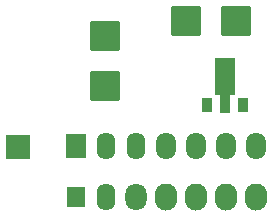
<source format=gbr>
%TF.GenerationSoftware,KiCad,Pcbnew,7.0.8*%
%TF.CreationDate,2024-02-04T18:47:11+02:00*%
%TF.ProjectId,QL_MDV_Control,514c5f4d-4456-45f4-936f-6e74726f6c2e,rev?*%
%TF.SameCoordinates,PX62a23e8PY5bc46e8*%
%TF.FileFunction,Soldermask,Bot*%
%TF.FilePolarity,Negative*%
%FSLAX46Y46*%
G04 Gerber Fmt 4.6, Leading zero omitted, Abs format (unit mm)*
G04 Created by KiCad (PCBNEW 7.0.8) date 2024-02-04 18:47:11*
%MOMM*%
%LPD*%
G01*
G04 APERTURE LIST*
G04 Aperture macros list*
%AMRoundRect*
0 Rectangle with rounded corners*
0 $1 Rounding radius*
0 $2 $3 $4 $5 $6 $7 $8 $9 X,Y pos of 4 corners*
0 Add a 4 corners polygon primitive as box body*
4,1,4,$2,$3,$4,$5,$6,$7,$8,$9,$2,$3,0*
0 Add four circle primitives for the rounded corners*
1,1,$1+$1,$2,$3*
1,1,$1+$1,$4,$5*
1,1,$1+$1,$6,$7*
1,1,$1+$1,$8,$9*
0 Add four rect primitives between the rounded corners*
20,1,$1+$1,$2,$3,$4,$5,0*
20,1,$1+$1,$4,$5,$6,$7,0*
20,1,$1+$1,$6,$7,$8,$9,0*
20,1,$1+$1,$8,$9,$2,$3,0*%
%AMFreePoly0*
4,1,9,3.862500,-0.866500,0.737500,-0.866500,0.737500,-0.450000,-0.737500,-0.450000,-0.737500,0.450000,0.737500,0.450000,0.737500,0.866500,3.862500,0.866500,3.862500,-0.866500,3.862500,-0.866500,$1*%
G04 Aperture macros list end*
%ADD10R,2.000000X2.000000*%
%ADD11R,1.600000X1.800000*%
%ADD12O,1.600000X2.300000*%
%ADD13O,1.800000X2.300000*%
%ADD14O,1.900000X2.300000*%
%ADD15R,1.700000X2.000000*%
%ADD16O,1.700000X2.300000*%
%ADD17RoundRect,0.102000X1.130300X-1.206500X1.130300X1.206500X-1.130300X1.206500X-1.130300X-1.206500X0*%
%ADD18R,0.900000X1.300000*%
%ADD19FreePoly0,90.000000*%
%ADD20RoundRect,0.102000X-1.206500X-1.130300X1.206500X-1.130300X1.206500X1.130300X-1.206500X1.130300X0*%
G04 APERTURE END LIST*
D10*
%TO.C,J2*%
X2950000Y-13950000D03*
%TD*%
D11*
%TO.C,J2-TOQL1*%
X7790000Y-18175000D03*
D12*
X10330000Y-18175000D03*
D13*
X12870000Y-18175000D03*
D14*
X15410000Y-18175000D03*
X17950000Y-18175000D03*
X20490000Y-18175000D03*
X23030000Y-18175000D03*
%TD*%
D15*
%TO.C,J1-TOMDV1*%
X7795000Y-13800000D03*
D12*
X10335000Y-13800000D03*
X12875000Y-13800000D03*
D16*
X15415000Y-13800000D03*
X17955000Y-13800000D03*
X20495000Y-13800000D03*
X23035000Y-13800000D03*
%TD*%
D17*
%TO.C,C2*%
X21408600Y-3225000D03*
X17141400Y-3225000D03*
%TD*%
D18*
%TO.C,U3*%
X21927500Y-10362500D03*
D19*
X20427500Y-10275000D03*
D18*
X18927500Y-10362500D03*
%TD*%
D20*
%TO.C,C1*%
X10250000Y-8767200D03*
X10250000Y-4500000D03*
%TD*%
M02*

</source>
